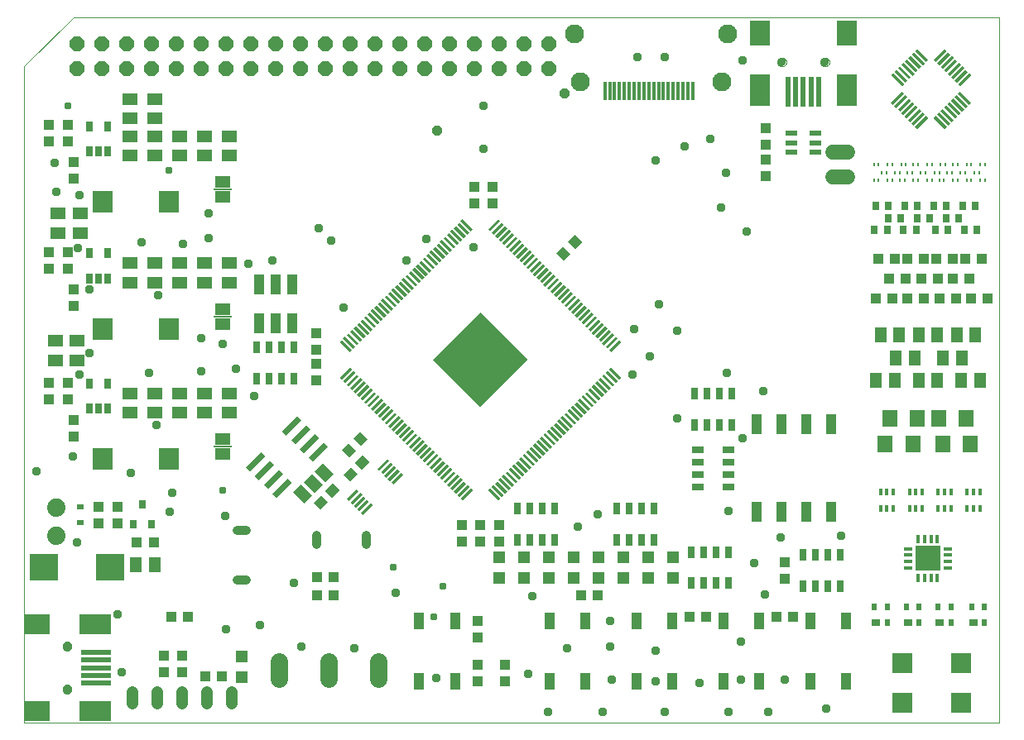
<source format=gts>
G75*
%MOIN*%
%OFA0B0*%
%FSLAX25Y25*%
%IPPOS*%
%LPD*%
%AMOC8*
5,1,8,0,0,1.08239X$1,22.5*
%
%ADD10C,0.00000*%
%ADD11R,0.03937X0.04331*%
%ADD12R,0.06299X0.05118*%
%ADD13R,0.04331X0.03937*%
%ADD14R,0.05118X0.06299*%
%ADD15R,0.11614X0.10630*%
%ADD16R,0.03150X0.02362*%
%ADD17R,0.04921X0.01969*%
%ADD18C,0.21000*%
%ADD19R,0.05807X0.01181*%
%ADD20R,0.26969X0.26969*%
%ADD21R,0.07874X0.08661*%
%ADD22R,0.04724X0.04724*%
%ADD23C,0.03778*%
%ADD24R,0.03150X0.03543*%
%ADD25R,0.03150X0.05118*%
%ADD26C,0.07050*%
%ADD27R,0.04331X0.07087*%
%ADD28R,0.04300X0.07900*%
%ADD29R,0.04600X0.06300*%
%ADD30R,0.06300X0.04600*%
%ADD31R,0.07200X0.00600*%
%ADD32R,0.02756X0.03937*%
%ADD33R,0.02362X0.08661*%
%ADD34R,0.05512X0.01181*%
%ADD35R,0.07874X0.09843*%
%ADD36R,0.07874X0.12992*%
%ADD37R,0.01969X0.12205*%
%ADD38C,0.03543*%
%ADD39OC8,0.06000*%
%ADD40R,0.01181X0.07480*%
%ADD41C,0.07677*%
%ADD42R,0.05118X0.03150*%
%ADD43R,0.04331X0.07874*%
%ADD44C,0.04800*%
%ADD45C,0.06000*%
%ADD46R,0.09843X0.07874*%
%ADD47R,0.12992X0.07874*%
%ADD48R,0.12205X0.01969*%
%ADD49C,0.07400*%
%ADD50R,0.01181X0.06299*%
%ADD51R,0.06299X0.01181*%
%ADD52R,0.00984X0.01378*%
%ADD53R,0.02756X0.03543*%
%ADD54R,0.05118X0.05906*%
%ADD55R,0.06299X0.07087*%
%ADD56R,0.01378X0.03150*%
%ADD57R,0.10236X0.10236*%
%ADD58R,0.03543X0.01772*%
%ADD59R,0.01772X0.03543*%
%ADD60R,0.03543X0.03150*%
%ADD61R,0.02362X0.03150*%
%ADD62R,0.07874X0.07874*%
%ADD63OC8,0.03543*%
%ADD64OC8,0.04134*%
%ADD65OC8,0.02953*%
D10*
X0007350Y0002825D02*
X0007350Y0267340D01*
X0027035Y0287025D01*
X0399962Y0287025D01*
X0399962Y0002825D01*
X0007350Y0002825D01*
X0022728Y0016214D02*
X0022730Y0016298D01*
X0022736Y0016381D01*
X0022746Y0016464D01*
X0022760Y0016547D01*
X0022777Y0016629D01*
X0022799Y0016710D01*
X0022824Y0016789D01*
X0022853Y0016868D01*
X0022886Y0016945D01*
X0022922Y0017020D01*
X0022962Y0017094D01*
X0023005Y0017166D01*
X0023052Y0017235D01*
X0023102Y0017302D01*
X0023155Y0017367D01*
X0023211Y0017429D01*
X0023269Y0017489D01*
X0023331Y0017546D01*
X0023395Y0017599D01*
X0023462Y0017650D01*
X0023531Y0017697D01*
X0023602Y0017742D01*
X0023675Y0017782D01*
X0023750Y0017819D01*
X0023827Y0017853D01*
X0023905Y0017883D01*
X0023984Y0017909D01*
X0024065Y0017932D01*
X0024147Y0017950D01*
X0024229Y0017965D01*
X0024312Y0017976D01*
X0024395Y0017983D01*
X0024479Y0017986D01*
X0024563Y0017985D01*
X0024646Y0017980D01*
X0024730Y0017971D01*
X0024812Y0017958D01*
X0024894Y0017942D01*
X0024975Y0017921D01*
X0025056Y0017897D01*
X0025134Y0017869D01*
X0025212Y0017837D01*
X0025288Y0017801D01*
X0025362Y0017762D01*
X0025434Y0017720D01*
X0025504Y0017674D01*
X0025572Y0017625D01*
X0025637Y0017573D01*
X0025700Y0017518D01*
X0025760Y0017460D01*
X0025818Y0017399D01*
X0025872Y0017335D01*
X0025924Y0017269D01*
X0025972Y0017201D01*
X0026017Y0017130D01*
X0026058Y0017057D01*
X0026097Y0016983D01*
X0026131Y0016907D01*
X0026162Y0016829D01*
X0026189Y0016750D01*
X0026213Y0016669D01*
X0026232Y0016588D01*
X0026248Y0016506D01*
X0026260Y0016423D01*
X0026268Y0016339D01*
X0026272Y0016256D01*
X0026272Y0016172D01*
X0026268Y0016089D01*
X0026260Y0016005D01*
X0026248Y0015922D01*
X0026232Y0015840D01*
X0026213Y0015759D01*
X0026189Y0015678D01*
X0026162Y0015599D01*
X0026131Y0015521D01*
X0026097Y0015445D01*
X0026058Y0015371D01*
X0026017Y0015298D01*
X0025972Y0015227D01*
X0025924Y0015159D01*
X0025872Y0015093D01*
X0025818Y0015029D01*
X0025760Y0014968D01*
X0025700Y0014910D01*
X0025637Y0014855D01*
X0025572Y0014803D01*
X0025504Y0014754D01*
X0025434Y0014708D01*
X0025362Y0014666D01*
X0025288Y0014627D01*
X0025212Y0014591D01*
X0025134Y0014559D01*
X0025056Y0014531D01*
X0024975Y0014507D01*
X0024894Y0014486D01*
X0024812Y0014470D01*
X0024730Y0014457D01*
X0024646Y0014448D01*
X0024563Y0014443D01*
X0024479Y0014442D01*
X0024395Y0014445D01*
X0024312Y0014452D01*
X0024229Y0014463D01*
X0024147Y0014478D01*
X0024065Y0014496D01*
X0023984Y0014519D01*
X0023905Y0014545D01*
X0023827Y0014575D01*
X0023750Y0014609D01*
X0023675Y0014646D01*
X0023602Y0014686D01*
X0023531Y0014731D01*
X0023462Y0014778D01*
X0023395Y0014829D01*
X0023331Y0014882D01*
X0023269Y0014939D01*
X0023211Y0014999D01*
X0023155Y0015061D01*
X0023102Y0015126D01*
X0023052Y0015193D01*
X0023005Y0015262D01*
X0022962Y0015334D01*
X0022922Y0015408D01*
X0022886Y0015483D01*
X0022853Y0015560D01*
X0022824Y0015639D01*
X0022799Y0015718D01*
X0022777Y0015799D01*
X0022760Y0015881D01*
X0022746Y0015964D01*
X0022736Y0016047D01*
X0022730Y0016130D01*
X0022728Y0016214D01*
X0022728Y0033536D02*
X0022730Y0033620D01*
X0022736Y0033703D01*
X0022746Y0033786D01*
X0022760Y0033869D01*
X0022777Y0033951D01*
X0022799Y0034032D01*
X0022824Y0034111D01*
X0022853Y0034190D01*
X0022886Y0034267D01*
X0022922Y0034342D01*
X0022962Y0034416D01*
X0023005Y0034488D01*
X0023052Y0034557D01*
X0023102Y0034624D01*
X0023155Y0034689D01*
X0023211Y0034751D01*
X0023269Y0034811D01*
X0023331Y0034868D01*
X0023395Y0034921D01*
X0023462Y0034972D01*
X0023531Y0035019D01*
X0023602Y0035064D01*
X0023675Y0035104D01*
X0023750Y0035141D01*
X0023827Y0035175D01*
X0023905Y0035205D01*
X0023984Y0035231D01*
X0024065Y0035254D01*
X0024147Y0035272D01*
X0024229Y0035287D01*
X0024312Y0035298D01*
X0024395Y0035305D01*
X0024479Y0035308D01*
X0024563Y0035307D01*
X0024646Y0035302D01*
X0024730Y0035293D01*
X0024812Y0035280D01*
X0024894Y0035264D01*
X0024975Y0035243D01*
X0025056Y0035219D01*
X0025134Y0035191D01*
X0025212Y0035159D01*
X0025288Y0035123D01*
X0025362Y0035084D01*
X0025434Y0035042D01*
X0025504Y0034996D01*
X0025572Y0034947D01*
X0025637Y0034895D01*
X0025700Y0034840D01*
X0025760Y0034782D01*
X0025818Y0034721D01*
X0025872Y0034657D01*
X0025924Y0034591D01*
X0025972Y0034523D01*
X0026017Y0034452D01*
X0026058Y0034379D01*
X0026097Y0034305D01*
X0026131Y0034229D01*
X0026162Y0034151D01*
X0026189Y0034072D01*
X0026213Y0033991D01*
X0026232Y0033910D01*
X0026248Y0033828D01*
X0026260Y0033745D01*
X0026268Y0033661D01*
X0026272Y0033578D01*
X0026272Y0033494D01*
X0026268Y0033411D01*
X0026260Y0033327D01*
X0026248Y0033244D01*
X0026232Y0033162D01*
X0026213Y0033081D01*
X0026189Y0033000D01*
X0026162Y0032921D01*
X0026131Y0032843D01*
X0026097Y0032767D01*
X0026058Y0032693D01*
X0026017Y0032620D01*
X0025972Y0032549D01*
X0025924Y0032481D01*
X0025872Y0032415D01*
X0025818Y0032351D01*
X0025760Y0032290D01*
X0025700Y0032232D01*
X0025637Y0032177D01*
X0025572Y0032125D01*
X0025504Y0032076D01*
X0025434Y0032030D01*
X0025362Y0031988D01*
X0025288Y0031949D01*
X0025212Y0031913D01*
X0025134Y0031881D01*
X0025056Y0031853D01*
X0024975Y0031829D01*
X0024894Y0031808D01*
X0024812Y0031792D01*
X0024730Y0031779D01*
X0024646Y0031770D01*
X0024563Y0031765D01*
X0024479Y0031764D01*
X0024395Y0031767D01*
X0024312Y0031774D01*
X0024229Y0031785D01*
X0024147Y0031800D01*
X0024065Y0031818D01*
X0023984Y0031841D01*
X0023905Y0031867D01*
X0023827Y0031897D01*
X0023750Y0031931D01*
X0023675Y0031968D01*
X0023602Y0032008D01*
X0023531Y0032053D01*
X0023462Y0032100D01*
X0023395Y0032151D01*
X0023331Y0032204D01*
X0023269Y0032261D01*
X0023211Y0032321D01*
X0023155Y0032383D01*
X0023102Y0032448D01*
X0023052Y0032515D01*
X0023005Y0032584D01*
X0022962Y0032656D01*
X0022922Y0032730D01*
X0022886Y0032805D01*
X0022853Y0032882D01*
X0022824Y0032961D01*
X0022799Y0033040D01*
X0022777Y0033121D01*
X0022760Y0033203D01*
X0022746Y0033286D01*
X0022736Y0033369D01*
X0022730Y0033452D01*
X0022728Y0033536D01*
X0310592Y0269025D02*
X0310594Y0269109D01*
X0310600Y0269192D01*
X0310610Y0269275D01*
X0310624Y0269358D01*
X0310641Y0269440D01*
X0310663Y0269521D01*
X0310688Y0269600D01*
X0310717Y0269679D01*
X0310750Y0269756D01*
X0310786Y0269831D01*
X0310826Y0269905D01*
X0310869Y0269977D01*
X0310916Y0270046D01*
X0310966Y0270113D01*
X0311019Y0270178D01*
X0311075Y0270240D01*
X0311133Y0270300D01*
X0311195Y0270357D01*
X0311259Y0270410D01*
X0311326Y0270461D01*
X0311395Y0270508D01*
X0311466Y0270553D01*
X0311539Y0270593D01*
X0311614Y0270630D01*
X0311691Y0270664D01*
X0311769Y0270694D01*
X0311848Y0270720D01*
X0311929Y0270743D01*
X0312011Y0270761D01*
X0312093Y0270776D01*
X0312176Y0270787D01*
X0312259Y0270794D01*
X0312343Y0270797D01*
X0312427Y0270796D01*
X0312510Y0270791D01*
X0312594Y0270782D01*
X0312676Y0270769D01*
X0312758Y0270753D01*
X0312839Y0270732D01*
X0312920Y0270708D01*
X0312998Y0270680D01*
X0313076Y0270648D01*
X0313152Y0270612D01*
X0313226Y0270573D01*
X0313298Y0270531D01*
X0313368Y0270485D01*
X0313436Y0270436D01*
X0313501Y0270384D01*
X0313564Y0270329D01*
X0313624Y0270271D01*
X0313682Y0270210D01*
X0313736Y0270146D01*
X0313788Y0270080D01*
X0313836Y0270012D01*
X0313881Y0269941D01*
X0313922Y0269868D01*
X0313961Y0269794D01*
X0313995Y0269718D01*
X0314026Y0269640D01*
X0314053Y0269561D01*
X0314077Y0269480D01*
X0314096Y0269399D01*
X0314112Y0269317D01*
X0314124Y0269234D01*
X0314132Y0269150D01*
X0314136Y0269067D01*
X0314136Y0268983D01*
X0314132Y0268900D01*
X0314124Y0268816D01*
X0314112Y0268733D01*
X0314096Y0268651D01*
X0314077Y0268570D01*
X0314053Y0268489D01*
X0314026Y0268410D01*
X0313995Y0268332D01*
X0313961Y0268256D01*
X0313922Y0268182D01*
X0313881Y0268109D01*
X0313836Y0268038D01*
X0313788Y0267970D01*
X0313736Y0267904D01*
X0313682Y0267840D01*
X0313624Y0267779D01*
X0313564Y0267721D01*
X0313501Y0267666D01*
X0313436Y0267614D01*
X0313368Y0267565D01*
X0313298Y0267519D01*
X0313226Y0267477D01*
X0313152Y0267438D01*
X0313076Y0267402D01*
X0312998Y0267370D01*
X0312920Y0267342D01*
X0312839Y0267318D01*
X0312758Y0267297D01*
X0312676Y0267281D01*
X0312594Y0267268D01*
X0312510Y0267259D01*
X0312427Y0267254D01*
X0312343Y0267253D01*
X0312259Y0267256D01*
X0312176Y0267263D01*
X0312093Y0267274D01*
X0312011Y0267289D01*
X0311929Y0267307D01*
X0311848Y0267330D01*
X0311769Y0267356D01*
X0311691Y0267386D01*
X0311614Y0267420D01*
X0311539Y0267457D01*
X0311466Y0267497D01*
X0311395Y0267542D01*
X0311326Y0267589D01*
X0311259Y0267640D01*
X0311195Y0267693D01*
X0311133Y0267750D01*
X0311075Y0267810D01*
X0311019Y0267872D01*
X0310966Y0267937D01*
X0310916Y0268004D01*
X0310869Y0268073D01*
X0310826Y0268145D01*
X0310786Y0268219D01*
X0310750Y0268294D01*
X0310717Y0268371D01*
X0310688Y0268450D01*
X0310663Y0268529D01*
X0310641Y0268610D01*
X0310624Y0268692D01*
X0310610Y0268775D01*
X0310600Y0268858D01*
X0310594Y0268941D01*
X0310592Y0269025D01*
X0327914Y0269025D02*
X0327916Y0269109D01*
X0327922Y0269192D01*
X0327932Y0269275D01*
X0327946Y0269358D01*
X0327963Y0269440D01*
X0327985Y0269521D01*
X0328010Y0269600D01*
X0328039Y0269679D01*
X0328072Y0269756D01*
X0328108Y0269831D01*
X0328148Y0269905D01*
X0328191Y0269977D01*
X0328238Y0270046D01*
X0328288Y0270113D01*
X0328341Y0270178D01*
X0328397Y0270240D01*
X0328455Y0270300D01*
X0328517Y0270357D01*
X0328581Y0270410D01*
X0328648Y0270461D01*
X0328717Y0270508D01*
X0328788Y0270553D01*
X0328861Y0270593D01*
X0328936Y0270630D01*
X0329013Y0270664D01*
X0329091Y0270694D01*
X0329170Y0270720D01*
X0329251Y0270743D01*
X0329333Y0270761D01*
X0329415Y0270776D01*
X0329498Y0270787D01*
X0329581Y0270794D01*
X0329665Y0270797D01*
X0329749Y0270796D01*
X0329832Y0270791D01*
X0329916Y0270782D01*
X0329998Y0270769D01*
X0330080Y0270753D01*
X0330161Y0270732D01*
X0330242Y0270708D01*
X0330320Y0270680D01*
X0330398Y0270648D01*
X0330474Y0270612D01*
X0330548Y0270573D01*
X0330620Y0270531D01*
X0330690Y0270485D01*
X0330758Y0270436D01*
X0330823Y0270384D01*
X0330886Y0270329D01*
X0330946Y0270271D01*
X0331004Y0270210D01*
X0331058Y0270146D01*
X0331110Y0270080D01*
X0331158Y0270012D01*
X0331203Y0269941D01*
X0331244Y0269868D01*
X0331283Y0269794D01*
X0331317Y0269718D01*
X0331348Y0269640D01*
X0331375Y0269561D01*
X0331399Y0269480D01*
X0331418Y0269399D01*
X0331434Y0269317D01*
X0331446Y0269234D01*
X0331454Y0269150D01*
X0331458Y0269067D01*
X0331458Y0268983D01*
X0331454Y0268900D01*
X0331446Y0268816D01*
X0331434Y0268733D01*
X0331418Y0268651D01*
X0331399Y0268570D01*
X0331375Y0268489D01*
X0331348Y0268410D01*
X0331317Y0268332D01*
X0331283Y0268256D01*
X0331244Y0268182D01*
X0331203Y0268109D01*
X0331158Y0268038D01*
X0331110Y0267970D01*
X0331058Y0267904D01*
X0331004Y0267840D01*
X0330946Y0267779D01*
X0330886Y0267721D01*
X0330823Y0267666D01*
X0330758Y0267614D01*
X0330690Y0267565D01*
X0330620Y0267519D01*
X0330548Y0267477D01*
X0330474Y0267438D01*
X0330398Y0267402D01*
X0330320Y0267370D01*
X0330242Y0267342D01*
X0330161Y0267318D01*
X0330080Y0267297D01*
X0329998Y0267281D01*
X0329916Y0267268D01*
X0329832Y0267259D01*
X0329749Y0267254D01*
X0329665Y0267253D01*
X0329581Y0267256D01*
X0329498Y0267263D01*
X0329415Y0267274D01*
X0329333Y0267289D01*
X0329251Y0267307D01*
X0329170Y0267330D01*
X0329091Y0267356D01*
X0329013Y0267386D01*
X0328936Y0267420D01*
X0328861Y0267457D01*
X0328788Y0267497D01*
X0328717Y0267542D01*
X0328648Y0267589D01*
X0328581Y0267640D01*
X0328517Y0267693D01*
X0328455Y0267750D01*
X0328397Y0267810D01*
X0328341Y0267872D01*
X0328288Y0267937D01*
X0328238Y0268004D01*
X0328191Y0268073D01*
X0328148Y0268145D01*
X0328108Y0268219D01*
X0328072Y0268294D01*
X0328039Y0268371D01*
X0328010Y0268450D01*
X0327985Y0268529D01*
X0327963Y0268610D01*
X0327946Y0268692D01*
X0327932Y0268775D01*
X0327922Y0268858D01*
X0327916Y0268941D01*
X0327914Y0269025D01*
D11*
G36*
X0232072Y0196404D02*
X0229289Y0193621D01*
X0226228Y0196682D01*
X0229011Y0199465D01*
X0232072Y0196404D01*
G37*
G36*
X0227339Y0191671D02*
X0224556Y0188888D01*
X0221495Y0191949D01*
X0224278Y0194732D01*
X0227339Y0191671D01*
G37*
X0196025Y0211929D03*
X0188525Y0211929D03*
X0188525Y0218621D03*
X0196025Y0218621D03*
X0124775Y0159871D03*
X0124775Y0153179D03*
X0124775Y0147371D03*
X0124775Y0140679D03*
G36*
X0145633Y0117073D02*
X0142850Y0114290D01*
X0139789Y0117351D01*
X0142572Y0120134D01*
X0145633Y0117073D01*
G37*
G36*
X0140900Y0112341D02*
X0138117Y0109558D01*
X0135056Y0112619D01*
X0137839Y0115402D01*
X0140900Y0112341D01*
G37*
X0183525Y0082371D03*
X0191025Y0082371D03*
X0198525Y0082371D03*
X0198525Y0075679D03*
X0191025Y0075679D03*
X0183525Y0075679D03*
X0131871Y0061525D03*
X0125179Y0061525D03*
X0125179Y0054025D03*
X0131871Y0054025D03*
X0086871Y0021525D03*
X0080179Y0021525D03*
X0071025Y0023179D03*
X0063525Y0023179D03*
X0063525Y0029871D03*
X0071025Y0029871D03*
X0073121Y0045275D03*
X0066429Y0045275D03*
X0044775Y0083179D03*
X0044775Y0089871D03*
X0037275Y0089871D03*
X0037275Y0083179D03*
X0024775Y0133179D03*
X0024775Y0139871D03*
X0024775Y0185679D03*
X0024775Y0192371D03*
X0024775Y0236929D03*
X0024775Y0243621D03*
X0313525Y0067371D03*
X0313525Y0060679D03*
X0189775Y0026121D03*
X0189775Y0019429D03*
D12*
X0089775Y0127588D03*
X0089775Y0135462D03*
X0079775Y0135462D03*
X0069775Y0135462D03*
X0069775Y0127588D03*
X0079775Y0127588D03*
X0059775Y0127588D03*
X0049775Y0127588D03*
X0049775Y0135462D03*
X0059775Y0135462D03*
X0028525Y0148838D03*
X0028525Y0156712D03*
X0019775Y0156712D03*
X0019775Y0148838D03*
X0049775Y0180088D03*
X0049775Y0187962D03*
X0059775Y0187962D03*
X0059775Y0180088D03*
X0069775Y0180088D03*
X0069775Y0187962D03*
X0079775Y0187962D03*
X0079775Y0180088D03*
X0089775Y0180088D03*
X0089775Y0187962D03*
X0089775Y0231338D03*
X0089775Y0239212D03*
X0079775Y0239212D03*
X0069775Y0239212D03*
X0069775Y0231338D03*
X0079775Y0231338D03*
X0059775Y0231338D03*
X0049775Y0231338D03*
X0049775Y0239212D03*
X0049775Y0246338D03*
X0059775Y0246338D03*
X0059775Y0239212D03*
X0059775Y0254212D03*
X0049775Y0254212D03*
X0029775Y0207962D03*
X0029775Y0200088D03*
X0021025Y0200088D03*
X0021025Y0207962D03*
D13*
X0027275Y0221929D03*
X0027275Y0228621D03*
X0017275Y0236929D03*
X0017275Y0243621D03*
X0017275Y0192371D03*
X0017275Y0185679D03*
X0027275Y0177371D03*
X0027275Y0170679D03*
X0017275Y0139871D03*
X0017275Y0133179D03*
X0027275Y0124871D03*
X0027275Y0118179D03*
X0052679Y0075275D03*
X0059371Y0075275D03*
G36*
X0129598Y0091709D02*
X0126537Y0088648D01*
X0123754Y0091431D01*
X0126815Y0094492D01*
X0129598Y0091709D01*
G37*
G36*
X0134331Y0096441D02*
X0131270Y0093380D01*
X0128487Y0096163D01*
X0131548Y0099224D01*
X0134331Y0096441D01*
G37*
G36*
X0135737Y0102770D02*
X0138798Y0105831D01*
X0141581Y0103048D01*
X0138520Y0099987D01*
X0135737Y0102770D01*
G37*
G36*
X0140469Y0107502D02*
X0143530Y0110563D01*
X0146313Y0107780D01*
X0143252Y0104719D01*
X0140469Y0107502D01*
G37*
X0189775Y0043621D03*
X0189775Y0036929D03*
X0201025Y0026121D03*
X0201025Y0019429D03*
X0231429Y0054025D03*
X0238121Y0054025D03*
X0275179Y0045275D03*
X0281871Y0045275D03*
X0310179Y0045275D03*
X0316871Y0045275D03*
X0350066Y0173712D03*
X0356759Y0173712D03*
X0362929Y0173712D03*
X0369621Y0173712D03*
X0375791Y0173712D03*
X0382484Y0173712D03*
X0388654Y0173712D03*
X0395346Y0173712D03*
X0387996Y0181675D03*
X0381304Y0181675D03*
X0375134Y0181675D03*
X0368441Y0181675D03*
X0362271Y0181675D03*
X0355579Y0181675D03*
X0357984Y0189637D03*
X0362929Y0189637D03*
X0369621Y0189637D03*
X0374566Y0189637D03*
X0381259Y0189637D03*
X0386204Y0189637D03*
X0392896Y0189637D03*
X0351291Y0189637D03*
X0306025Y0223179D03*
X0306025Y0229871D03*
X0306025Y0235679D03*
X0306025Y0242371D03*
D14*
X0059962Y0066525D03*
X0052088Y0066525D03*
D15*
X0041812Y0065275D03*
X0015238Y0065275D03*
D16*
X0029775Y0083375D03*
X0029775Y0089675D03*
D17*
X0316104Y0232785D03*
X0316104Y0236525D03*
X0316104Y0240265D03*
X0325946Y0240265D03*
X0325946Y0236525D03*
X0325946Y0232785D03*
D18*
X0191025Y0149025D03*
D19*
G36*
X0161513Y0122855D02*
X0157409Y0118751D01*
X0156575Y0119585D01*
X0160679Y0123689D01*
X0161513Y0122855D01*
G37*
G36*
X0162905Y0121463D02*
X0158801Y0117359D01*
X0157967Y0118193D01*
X0162071Y0122297D01*
X0162905Y0121463D01*
G37*
G36*
X0164297Y0120071D02*
X0160193Y0115967D01*
X0159359Y0116801D01*
X0163463Y0120905D01*
X0164297Y0120071D01*
G37*
G36*
X0165689Y0118679D02*
X0161585Y0114575D01*
X0160751Y0115409D01*
X0164855Y0119513D01*
X0165689Y0118679D01*
G37*
G36*
X0167080Y0117287D02*
X0162976Y0113183D01*
X0162142Y0114017D01*
X0166246Y0118121D01*
X0167080Y0117287D01*
G37*
G36*
X0168472Y0115895D02*
X0164368Y0111791D01*
X0163534Y0112625D01*
X0167638Y0116729D01*
X0168472Y0115895D01*
G37*
G36*
X0169864Y0114503D02*
X0165760Y0110399D01*
X0164926Y0111233D01*
X0169030Y0115337D01*
X0169864Y0114503D01*
G37*
G36*
X0171256Y0113111D02*
X0167152Y0109007D01*
X0166318Y0109841D01*
X0170422Y0113945D01*
X0171256Y0113111D01*
G37*
G36*
X0172648Y0111719D02*
X0168544Y0107615D01*
X0167710Y0108449D01*
X0171814Y0112553D01*
X0172648Y0111719D01*
G37*
G36*
X0174040Y0110327D02*
X0169936Y0106223D01*
X0169102Y0107057D01*
X0173206Y0111161D01*
X0174040Y0110327D01*
G37*
G36*
X0175432Y0108935D02*
X0171328Y0104831D01*
X0170494Y0105665D01*
X0174598Y0109769D01*
X0175432Y0108935D01*
G37*
G36*
X0176824Y0107543D02*
X0172720Y0103439D01*
X0171886Y0104273D01*
X0175990Y0108377D01*
X0176824Y0107543D01*
G37*
G36*
X0178216Y0106151D02*
X0174112Y0102047D01*
X0173278Y0102881D01*
X0177382Y0106985D01*
X0178216Y0106151D01*
G37*
G36*
X0179608Y0104759D02*
X0175504Y0100655D01*
X0174670Y0101489D01*
X0178774Y0105593D01*
X0179608Y0104759D01*
G37*
G36*
X0181000Y0103367D02*
X0176896Y0099263D01*
X0176062Y0100097D01*
X0180166Y0104201D01*
X0181000Y0103367D01*
G37*
G36*
X0182392Y0101975D02*
X0178288Y0097871D01*
X0177454Y0098705D01*
X0181558Y0102809D01*
X0182392Y0101975D01*
G37*
G36*
X0183784Y0100583D02*
X0179680Y0096479D01*
X0178846Y0097313D01*
X0182950Y0101417D01*
X0183784Y0100583D01*
G37*
G36*
X0185176Y0099192D02*
X0181072Y0095088D01*
X0180238Y0095922D01*
X0184342Y0100026D01*
X0185176Y0099192D01*
G37*
G36*
X0186568Y0097800D02*
X0182464Y0093696D01*
X0181630Y0094530D01*
X0185734Y0098634D01*
X0186568Y0097800D01*
G37*
G36*
X0187960Y0096408D02*
X0183856Y0092304D01*
X0183022Y0093138D01*
X0187126Y0097242D01*
X0187960Y0096408D01*
G37*
G36*
X0194924Y0097242D02*
X0199028Y0093138D01*
X0198194Y0092304D01*
X0194090Y0096408D01*
X0194924Y0097242D01*
G37*
G36*
X0196316Y0098634D02*
X0200420Y0094530D01*
X0199586Y0093696D01*
X0195482Y0097800D01*
X0196316Y0098634D01*
G37*
G36*
X0197708Y0100026D02*
X0201812Y0095922D01*
X0200978Y0095088D01*
X0196874Y0099192D01*
X0197708Y0100026D01*
G37*
G36*
X0199100Y0101417D02*
X0203204Y0097313D01*
X0202370Y0096479D01*
X0198266Y0100583D01*
X0199100Y0101417D01*
G37*
G36*
X0200492Y0102809D02*
X0204596Y0098705D01*
X0203762Y0097871D01*
X0199658Y0101975D01*
X0200492Y0102809D01*
G37*
G36*
X0201884Y0104201D02*
X0205988Y0100097D01*
X0205154Y0099263D01*
X0201050Y0103367D01*
X0201884Y0104201D01*
G37*
G36*
X0203276Y0105593D02*
X0207380Y0101489D01*
X0206546Y0100655D01*
X0202442Y0104759D01*
X0203276Y0105593D01*
G37*
G36*
X0204668Y0106985D02*
X0208772Y0102881D01*
X0207938Y0102047D01*
X0203834Y0106151D01*
X0204668Y0106985D01*
G37*
G36*
X0206060Y0108377D02*
X0210164Y0104273D01*
X0209330Y0103439D01*
X0205226Y0107543D01*
X0206060Y0108377D01*
G37*
G36*
X0207452Y0109769D02*
X0211556Y0105665D01*
X0210722Y0104831D01*
X0206618Y0108935D01*
X0207452Y0109769D01*
G37*
G36*
X0208844Y0111161D02*
X0212948Y0107057D01*
X0212114Y0106223D01*
X0208010Y0110327D01*
X0208844Y0111161D01*
G37*
G36*
X0210236Y0112553D02*
X0214340Y0108449D01*
X0213506Y0107615D01*
X0209402Y0111719D01*
X0210236Y0112553D01*
G37*
G36*
X0211628Y0113945D02*
X0215732Y0109841D01*
X0214898Y0109007D01*
X0210794Y0113111D01*
X0211628Y0113945D01*
G37*
G36*
X0213020Y0115337D02*
X0217124Y0111233D01*
X0216290Y0110399D01*
X0212186Y0114503D01*
X0213020Y0115337D01*
G37*
G36*
X0214412Y0116729D02*
X0218516Y0112625D01*
X0217682Y0111791D01*
X0213578Y0115895D01*
X0214412Y0116729D01*
G37*
G36*
X0215803Y0118121D02*
X0219907Y0114017D01*
X0219073Y0113183D01*
X0214969Y0117287D01*
X0215803Y0118121D01*
G37*
G36*
X0217195Y0119513D02*
X0221299Y0115409D01*
X0220465Y0114575D01*
X0216361Y0118679D01*
X0217195Y0119513D01*
G37*
G36*
X0218587Y0120905D02*
X0222691Y0116801D01*
X0221857Y0115967D01*
X0217753Y0120071D01*
X0218587Y0120905D01*
G37*
G36*
X0219979Y0122297D02*
X0224083Y0118193D01*
X0223249Y0117359D01*
X0219145Y0121463D01*
X0219979Y0122297D01*
G37*
G36*
X0221371Y0123689D02*
X0225475Y0119585D01*
X0224641Y0118751D01*
X0220537Y0122855D01*
X0221371Y0123689D01*
G37*
G36*
X0222763Y0125080D02*
X0226867Y0120976D01*
X0226033Y0120142D01*
X0221929Y0124246D01*
X0222763Y0125080D01*
G37*
G36*
X0224155Y0126472D02*
X0228259Y0122368D01*
X0227425Y0121534D01*
X0223321Y0125638D01*
X0224155Y0126472D01*
G37*
G36*
X0225547Y0127864D02*
X0229651Y0123760D01*
X0228817Y0122926D01*
X0224713Y0127030D01*
X0225547Y0127864D01*
G37*
G36*
X0226939Y0129256D02*
X0231043Y0125152D01*
X0230209Y0124318D01*
X0226105Y0128422D01*
X0226939Y0129256D01*
G37*
G36*
X0228331Y0130648D02*
X0232435Y0126544D01*
X0231601Y0125710D01*
X0227497Y0129814D01*
X0228331Y0130648D01*
G37*
G36*
X0229723Y0132040D02*
X0233827Y0127936D01*
X0232993Y0127102D01*
X0228889Y0131206D01*
X0229723Y0132040D01*
G37*
G36*
X0231115Y0133432D02*
X0235219Y0129328D01*
X0234385Y0128494D01*
X0230281Y0132598D01*
X0231115Y0133432D01*
G37*
G36*
X0232507Y0134824D02*
X0236611Y0130720D01*
X0235777Y0129886D01*
X0231673Y0133990D01*
X0232507Y0134824D01*
G37*
G36*
X0233899Y0136216D02*
X0238003Y0132112D01*
X0237169Y0131278D01*
X0233065Y0135382D01*
X0233899Y0136216D01*
G37*
G36*
X0235291Y0137608D02*
X0239395Y0133504D01*
X0238561Y0132670D01*
X0234457Y0136774D01*
X0235291Y0137608D01*
G37*
G36*
X0236683Y0139000D02*
X0240787Y0134896D01*
X0239953Y0134062D01*
X0235849Y0138166D01*
X0236683Y0139000D01*
G37*
G36*
X0238075Y0140392D02*
X0242179Y0136288D01*
X0241345Y0135454D01*
X0237241Y0139558D01*
X0238075Y0140392D01*
G37*
G36*
X0239467Y0141784D02*
X0243571Y0137680D01*
X0242737Y0136846D01*
X0238633Y0140950D01*
X0239467Y0141784D01*
G37*
G36*
X0240858Y0143176D02*
X0244962Y0139072D01*
X0244128Y0138238D01*
X0240024Y0142342D01*
X0240858Y0143176D01*
G37*
G36*
X0242250Y0144568D02*
X0246354Y0140464D01*
X0245520Y0139630D01*
X0241416Y0143734D01*
X0242250Y0144568D01*
G37*
G36*
X0243642Y0145960D02*
X0247746Y0141856D01*
X0246912Y0141022D01*
X0242808Y0145126D01*
X0243642Y0145960D01*
G37*
G36*
X0247746Y0156194D02*
X0243642Y0152090D01*
X0242808Y0152924D01*
X0246912Y0157028D01*
X0247746Y0156194D01*
G37*
G36*
X0246354Y0157586D02*
X0242250Y0153482D01*
X0241416Y0154316D01*
X0245520Y0158420D01*
X0246354Y0157586D01*
G37*
G36*
X0244962Y0158978D02*
X0240858Y0154874D01*
X0240024Y0155708D01*
X0244128Y0159812D01*
X0244962Y0158978D01*
G37*
G36*
X0243571Y0160370D02*
X0239467Y0156266D01*
X0238633Y0157100D01*
X0242737Y0161204D01*
X0243571Y0160370D01*
G37*
G36*
X0242179Y0161762D02*
X0238075Y0157658D01*
X0237241Y0158492D01*
X0241345Y0162596D01*
X0242179Y0161762D01*
G37*
G36*
X0240787Y0163154D02*
X0236683Y0159050D01*
X0235849Y0159884D01*
X0239953Y0163988D01*
X0240787Y0163154D01*
G37*
G36*
X0239395Y0164546D02*
X0235291Y0160442D01*
X0234457Y0161276D01*
X0238561Y0165380D01*
X0239395Y0164546D01*
G37*
G36*
X0238003Y0165938D02*
X0233899Y0161834D01*
X0233065Y0162668D01*
X0237169Y0166772D01*
X0238003Y0165938D01*
G37*
G36*
X0236611Y0167330D02*
X0232507Y0163226D01*
X0231673Y0164060D01*
X0235777Y0168164D01*
X0236611Y0167330D01*
G37*
G36*
X0235219Y0168722D02*
X0231115Y0164618D01*
X0230281Y0165452D01*
X0234385Y0169556D01*
X0235219Y0168722D01*
G37*
G36*
X0233827Y0170114D02*
X0229723Y0166010D01*
X0228889Y0166844D01*
X0232993Y0170948D01*
X0233827Y0170114D01*
G37*
G36*
X0232435Y0171506D02*
X0228331Y0167402D01*
X0227497Y0168236D01*
X0231601Y0172340D01*
X0232435Y0171506D01*
G37*
G36*
X0231043Y0172898D02*
X0226939Y0168794D01*
X0226105Y0169628D01*
X0230209Y0173732D01*
X0231043Y0172898D01*
G37*
G36*
X0229651Y0174290D02*
X0225547Y0170186D01*
X0224713Y0171020D01*
X0228817Y0175124D01*
X0229651Y0174290D01*
G37*
G36*
X0228259Y0175682D02*
X0224155Y0171578D01*
X0223321Y0172412D01*
X0227425Y0176516D01*
X0228259Y0175682D01*
G37*
G36*
X0226867Y0177073D02*
X0222763Y0172969D01*
X0221929Y0173803D01*
X0226033Y0177907D01*
X0226867Y0177073D01*
G37*
G36*
X0225475Y0178465D02*
X0221371Y0174361D01*
X0220537Y0175195D01*
X0224641Y0179299D01*
X0225475Y0178465D01*
G37*
G36*
X0224083Y0179857D02*
X0219979Y0175753D01*
X0219145Y0176587D01*
X0223249Y0180691D01*
X0224083Y0179857D01*
G37*
G36*
X0222691Y0181249D02*
X0218587Y0177145D01*
X0217753Y0177979D01*
X0221857Y0182083D01*
X0222691Y0181249D01*
G37*
G36*
X0221299Y0182641D02*
X0217195Y0178537D01*
X0216361Y0179371D01*
X0220465Y0183475D01*
X0221299Y0182641D01*
G37*
G36*
X0219907Y0184033D02*
X0215803Y0179929D01*
X0214969Y0180763D01*
X0219073Y0184867D01*
X0219907Y0184033D01*
G37*
G36*
X0218516Y0185425D02*
X0214412Y0181321D01*
X0213578Y0182155D01*
X0217682Y0186259D01*
X0218516Y0185425D01*
G37*
G36*
X0217124Y0186817D02*
X0213020Y0182713D01*
X0212186Y0183547D01*
X0216290Y0187651D01*
X0217124Y0186817D01*
G37*
G36*
X0215732Y0188209D02*
X0211628Y0184105D01*
X0210794Y0184939D01*
X0214898Y0189043D01*
X0215732Y0188209D01*
G37*
G36*
X0214340Y0189601D02*
X0210236Y0185497D01*
X0209402Y0186331D01*
X0213506Y0190435D01*
X0214340Y0189601D01*
G37*
G36*
X0212948Y0190993D02*
X0208844Y0186889D01*
X0208010Y0187723D01*
X0212114Y0191827D01*
X0212948Y0190993D01*
G37*
G36*
X0211556Y0192385D02*
X0207452Y0188281D01*
X0206618Y0189115D01*
X0210722Y0193219D01*
X0211556Y0192385D01*
G37*
G36*
X0210164Y0193777D02*
X0206060Y0189673D01*
X0205226Y0190507D01*
X0209330Y0194611D01*
X0210164Y0193777D01*
G37*
G36*
X0208772Y0195169D02*
X0204668Y0191065D01*
X0203834Y0191899D01*
X0207938Y0196003D01*
X0208772Y0195169D01*
G37*
G36*
X0207380Y0196561D02*
X0203276Y0192457D01*
X0202442Y0193291D01*
X0206546Y0197395D01*
X0207380Y0196561D01*
G37*
G36*
X0205988Y0197953D02*
X0201884Y0193849D01*
X0201050Y0194683D01*
X0205154Y0198787D01*
X0205988Y0197953D01*
G37*
G36*
X0204596Y0199345D02*
X0200492Y0195241D01*
X0199658Y0196075D01*
X0203762Y0200179D01*
X0204596Y0199345D01*
G37*
G36*
X0203204Y0200737D02*
X0199100Y0196633D01*
X0198266Y0197467D01*
X0202370Y0201571D01*
X0203204Y0200737D01*
G37*
G36*
X0201812Y0202128D02*
X0197708Y0198024D01*
X0196874Y0198858D01*
X0200978Y0202962D01*
X0201812Y0202128D01*
G37*
G36*
X0200420Y0203520D02*
X0196316Y0199416D01*
X0195482Y0200250D01*
X0199586Y0204354D01*
X0200420Y0203520D01*
G37*
G36*
X0199028Y0204912D02*
X0194924Y0200808D01*
X0194090Y0201642D01*
X0198194Y0205746D01*
X0199028Y0204912D01*
G37*
G36*
X0183856Y0205746D02*
X0187960Y0201642D01*
X0187126Y0200808D01*
X0183022Y0204912D01*
X0183856Y0205746D01*
G37*
G36*
X0182464Y0204354D02*
X0186568Y0200250D01*
X0185734Y0199416D01*
X0181630Y0203520D01*
X0182464Y0204354D01*
G37*
G36*
X0181072Y0202962D02*
X0185176Y0198858D01*
X0184342Y0198024D01*
X0180238Y0202128D01*
X0181072Y0202962D01*
G37*
G36*
X0179680Y0201571D02*
X0183784Y0197467D01*
X0182950Y0196633D01*
X0178846Y0200737D01*
X0179680Y0201571D01*
G37*
G36*
X0178288Y0200179D02*
X0182392Y0196075D01*
X0181558Y0195241D01*
X0177454Y0199345D01*
X0178288Y0200179D01*
G37*
G36*
X0176896Y0198787D02*
X0181000Y0194683D01*
X0180166Y0193849D01*
X0176062Y0197953D01*
X0176896Y0198787D01*
G37*
G36*
X0175504Y0197395D02*
X0179608Y0193291D01*
X0178774Y0192457D01*
X0174670Y0196561D01*
X0175504Y0197395D01*
G37*
G36*
X0174112Y0196003D02*
X0178216Y0191899D01*
X0177382Y0191065D01*
X0173278Y0195169D01*
X0174112Y0196003D01*
G37*
G36*
X0172720Y0194611D02*
X0176824Y0190507D01*
X0175990Y0189673D01*
X0171886Y0193777D01*
X0172720Y0194611D01*
G37*
G36*
X0171328Y0193219D02*
X0175432Y0189115D01*
X0174598Y0188281D01*
X0170494Y0192385D01*
X0171328Y0193219D01*
G37*
G36*
X0169936Y0191827D02*
X0174040Y0187723D01*
X0173206Y0186889D01*
X0169102Y0190993D01*
X0169936Y0191827D01*
G37*
G36*
X0168544Y0190435D02*
X0172648Y0186331D01*
X0171814Y0185497D01*
X0167710Y0189601D01*
X0168544Y0190435D01*
G37*
G36*
X0167152Y0189043D02*
X0171256Y0184939D01*
X0170422Y0184105D01*
X0166318Y0188209D01*
X0167152Y0189043D01*
G37*
G36*
X0165760Y0187651D02*
X0169864Y0183547D01*
X0169030Y0182713D01*
X0164926Y0186817D01*
X0165760Y0187651D01*
G37*
G36*
X0164368Y0186259D02*
X0168472Y0182155D01*
X0167638Y0181321D01*
X0163534Y0185425D01*
X0164368Y0186259D01*
G37*
G36*
X0162976Y0184867D02*
X0167080Y0180763D01*
X0166246Y0179929D01*
X0162142Y0184033D01*
X0162976Y0184867D01*
G37*
G36*
X0161585Y0183475D02*
X0165689Y0179371D01*
X0164855Y0178537D01*
X0160751Y0182641D01*
X0161585Y0183475D01*
G37*
G36*
X0160193Y0182083D02*
X0164297Y0177979D01*
X0163463Y0177145D01*
X0159359Y0181249D01*
X0160193Y0182083D01*
G37*
G36*
X0158801Y0180691D02*
X0162905Y0176587D01*
X0162071Y0175753D01*
X0157967Y0179857D01*
X0158801Y0180691D01*
G37*
G36*
X0157409Y0179299D02*
X0161513Y0175195D01*
X0160679Y0174361D01*
X0156575Y0178465D01*
X0157409Y0179299D01*
G37*
G36*
X0156017Y0177907D02*
X0160121Y0173803D01*
X0159287Y0172969D01*
X0155183Y0177073D01*
X0156017Y0177907D01*
G37*
G36*
X0154625Y0176516D02*
X0158729Y0172412D01*
X0157895Y0171578D01*
X0153791Y0175682D01*
X0154625Y0176516D01*
G37*
G36*
X0153233Y0175124D02*
X0157337Y0171020D01*
X0156503Y0170186D01*
X0152399Y0174290D01*
X0153233Y0175124D01*
G37*
G36*
X0151841Y0173732D02*
X0155945Y0169628D01*
X0155111Y0168794D01*
X0151007Y0172898D01*
X0151841Y0173732D01*
G37*
G36*
X0150449Y0172340D02*
X0154553Y0168236D01*
X0153719Y0167402D01*
X0149615Y0171506D01*
X0150449Y0172340D01*
G37*
G36*
X0149057Y0170948D02*
X0153161Y0166844D01*
X0152327Y0166010D01*
X0148223Y0170114D01*
X0149057Y0170948D01*
G37*
G36*
X0147665Y0169556D02*
X0151769Y0165452D01*
X0150935Y0164618D01*
X0146831Y0168722D01*
X0147665Y0169556D01*
G37*
G36*
X0146273Y0168164D02*
X0150377Y0164060D01*
X0149543Y0163226D01*
X0145439Y0167330D01*
X0146273Y0168164D01*
G37*
G36*
X0144881Y0166772D02*
X0148985Y0162668D01*
X0148151Y0161834D01*
X0144047Y0165938D01*
X0144881Y0166772D01*
G37*
G36*
X0143489Y0165380D02*
X0147593Y0161276D01*
X0146759Y0160442D01*
X0142655Y0164546D01*
X0143489Y0165380D01*
G37*
G36*
X0142097Y0163988D02*
X0146201Y0159884D01*
X0145367Y0159050D01*
X0141263Y0163154D01*
X0142097Y0163988D01*
G37*
G36*
X0140705Y0162596D02*
X0144809Y0158492D01*
X0143975Y0157658D01*
X0139871Y0161762D01*
X0140705Y0162596D01*
G37*
G36*
X0139313Y0161204D02*
X0143417Y0157100D01*
X0142583Y0156266D01*
X0138479Y0160370D01*
X0139313Y0161204D01*
G37*
G36*
X0137922Y0159812D02*
X0142026Y0155708D01*
X0141192Y0154874D01*
X0137088Y0158978D01*
X0137922Y0159812D01*
G37*
G36*
X0136530Y0158420D02*
X0140634Y0154316D01*
X0139800Y0153482D01*
X0135696Y0157586D01*
X0136530Y0158420D01*
G37*
G36*
X0135138Y0157028D02*
X0139242Y0152924D01*
X0138408Y0152090D01*
X0134304Y0156194D01*
X0135138Y0157028D01*
G37*
G36*
X0139242Y0145126D02*
X0135138Y0141022D01*
X0134304Y0141856D01*
X0138408Y0145960D01*
X0139242Y0145126D01*
G37*
G36*
X0140634Y0143734D02*
X0136530Y0139630D01*
X0135696Y0140464D01*
X0139800Y0144568D01*
X0140634Y0143734D01*
G37*
G36*
X0142026Y0142342D02*
X0137922Y0138238D01*
X0137088Y0139072D01*
X0141192Y0143176D01*
X0142026Y0142342D01*
G37*
G36*
X0143417Y0140950D02*
X0139313Y0136846D01*
X0138479Y0137680D01*
X0142583Y0141784D01*
X0143417Y0140950D01*
G37*
G36*
X0144809Y0139558D02*
X0140705Y0135454D01*
X0139871Y0136288D01*
X0143975Y0140392D01*
X0144809Y0139558D01*
G37*
G36*
X0146201Y0138166D02*
X0142097Y0134062D01*
X0141263Y0134896D01*
X0145367Y0139000D01*
X0146201Y0138166D01*
G37*
G36*
X0147593Y0136774D02*
X0143489Y0132670D01*
X0142655Y0133504D01*
X0146759Y0137608D01*
X0147593Y0136774D01*
G37*
G36*
X0148985Y0135382D02*
X0144881Y0131278D01*
X0144047Y0132112D01*
X0148151Y0136216D01*
X0148985Y0135382D01*
G37*
G36*
X0150377Y0133990D02*
X0146273Y0129886D01*
X0145439Y0130720D01*
X0149543Y0134824D01*
X0150377Y0133990D01*
G37*
G36*
X0151769Y0132598D02*
X0147665Y0128494D01*
X0146831Y0129328D01*
X0150935Y0133432D01*
X0151769Y0132598D01*
G37*
G36*
X0153161Y0131206D02*
X0149057Y0127102D01*
X0148223Y0127936D01*
X0152327Y0132040D01*
X0153161Y0131206D01*
G37*
G36*
X0154553Y0129814D02*
X0150449Y0125710D01*
X0149615Y0126544D01*
X0153719Y0130648D01*
X0154553Y0129814D01*
G37*
G36*
X0155945Y0128422D02*
X0151841Y0124318D01*
X0151007Y0125152D01*
X0155111Y0129256D01*
X0155945Y0128422D01*
G37*
G36*
X0157337Y0127030D02*
X0153233Y0122926D01*
X0152399Y0123760D01*
X0156503Y0127864D01*
X0157337Y0127030D01*
G37*
G36*
X0158729Y0125638D02*
X0154625Y0121534D01*
X0153791Y0122368D01*
X0157895Y0126472D01*
X0158729Y0125638D01*
G37*
G36*
X0160121Y0124246D02*
X0156017Y0120142D01*
X0155183Y0120976D01*
X0159287Y0125080D01*
X0160121Y0124246D01*
G37*
D20*
G36*
X0191025Y0168094D02*
X0210094Y0149025D01*
X0191025Y0129956D01*
X0171956Y0149025D01*
X0191025Y0168094D01*
G37*
D21*
X0065661Y0161525D03*
X0038889Y0161525D03*
X0038889Y0109025D03*
X0065661Y0109025D03*
X0065661Y0212775D03*
X0038889Y0212775D03*
D22*
X0198525Y0069409D03*
X0198525Y0061141D03*
X0208525Y0061141D03*
X0218525Y0061141D03*
X0228525Y0061141D03*
X0228525Y0069409D03*
X0218525Y0069409D03*
X0208525Y0069409D03*
X0238525Y0069409D03*
X0248525Y0069409D03*
X0248525Y0061141D03*
X0238525Y0061141D03*
X0258525Y0061141D03*
X0268525Y0061141D03*
X0268525Y0069409D03*
X0258525Y0069409D03*
X0094775Y0029409D03*
X0094775Y0021141D03*
D23*
X0092886Y0060275D02*
X0096664Y0060275D01*
X0096664Y0080275D02*
X0092886Y0080275D01*
X0124775Y0078414D02*
X0124775Y0074636D01*
X0144775Y0074636D02*
X0144775Y0078414D01*
D24*
X0058515Y0082588D03*
X0051035Y0082588D03*
X0054775Y0090856D03*
D25*
X0101025Y0141525D03*
X0106025Y0141525D03*
X0111025Y0141525D03*
X0116025Y0141525D03*
X0116025Y0154025D03*
X0111025Y0154025D03*
X0106025Y0154025D03*
X0101025Y0154025D03*
X0206025Y0089025D03*
X0211025Y0089025D03*
X0216025Y0089025D03*
X0221025Y0089025D03*
X0221025Y0076525D03*
X0216025Y0076525D03*
X0211025Y0076525D03*
X0206025Y0076525D03*
X0246025Y0076525D03*
X0251025Y0076525D03*
X0256025Y0076525D03*
X0261025Y0076525D03*
X0276025Y0071525D03*
X0281025Y0071525D03*
X0286025Y0071525D03*
X0291025Y0071525D03*
X0291025Y0059025D03*
X0286025Y0059025D03*
X0281025Y0059025D03*
X0276025Y0059025D03*
X0261025Y0089025D03*
X0256025Y0089025D03*
X0251025Y0089025D03*
X0246025Y0089025D03*
X0277275Y0122775D03*
X0282275Y0122775D03*
X0287275Y0122775D03*
X0292275Y0122775D03*
X0292275Y0135275D03*
X0287275Y0135275D03*
X0282275Y0135275D03*
X0277275Y0135275D03*
X0321025Y0070275D03*
X0326025Y0070275D03*
X0331025Y0070275D03*
X0336025Y0070275D03*
X0336025Y0057775D03*
X0331025Y0057775D03*
X0326025Y0057775D03*
X0321025Y0057775D03*
D26*
X0149775Y0027550D02*
X0149775Y0020500D01*
X0129775Y0020500D02*
X0129775Y0027550D01*
X0109775Y0027550D02*
X0109775Y0020500D01*
D27*
X0166242Y0019320D03*
X0180808Y0019320D03*
X0180808Y0043730D03*
X0166242Y0043730D03*
X0218742Y0043730D03*
X0233308Y0043730D03*
X0253742Y0043730D03*
X0268308Y0043730D03*
X0288742Y0043730D03*
X0303308Y0043730D03*
X0323742Y0043730D03*
X0338308Y0043730D03*
X0338308Y0019320D03*
X0323742Y0019320D03*
X0303308Y0019320D03*
X0288742Y0019320D03*
X0268308Y0019320D03*
X0253742Y0019320D03*
X0233308Y0019320D03*
X0218742Y0019320D03*
D28*
X0302275Y0087575D03*
X0312275Y0087575D03*
X0322275Y0087575D03*
X0332275Y0087575D03*
X0332275Y0122975D03*
X0322275Y0122975D03*
X0312275Y0122975D03*
X0302275Y0122975D03*
D29*
G36*
X0124129Y0104083D02*
X0127381Y0107335D01*
X0131835Y0102881D01*
X0128583Y0099629D01*
X0124129Y0104083D01*
G37*
G36*
X0119886Y0099840D02*
X0123138Y0103092D01*
X0127592Y0098638D01*
X0124340Y0095386D01*
X0119886Y0099840D01*
G37*
G36*
X0115644Y0095598D02*
X0118896Y0098850D01*
X0123350Y0094396D01*
X0120098Y0091144D01*
X0115644Y0095598D01*
G37*
D30*
X0087275Y0111025D03*
X0087275Y0117025D03*
X0087275Y0163525D03*
X0087275Y0169525D03*
X0087275Y0214775D03*
X0087275Y0220775D03*
D31*
X0087275Y0217775D03*
X0087275Y0166525D03*
X0087275Y0114025D03*
D32*
X0041015Y0129301D03*
X0037275Y0129301D03*
X0033535Y0129301D03*
X0033574Y0139419D03*
X0041015Y0139419D03*
X0041015Y0181801D03*
X0037275Y0181801D03*
X0033535Y0181801D03*
X0033574Y0191919D03*
X0041015Y0191919D03*
X0041015Y0233051D03*
X0037275Y0233051D03*
X0033535Y0233051D03*
X0033574Y0243169D03*
X0041015Y0243169D03*
D33*
G36*
X0112842Y0118491D02*
X0111172Y0120161D01*
X0117294Y0126283D01*
X0118964Y0124613D01*
X0112842Y0118491D01*
G37*
G36*
X0116377Y0114956D02*
X0114707Y0116626D01*
X0120829Y0122748D01*
X0122499Y0121078D01*
X0116377Y0114956D01*
G37*
G36*
X0119913Y0111420D02*
X0118243Y0113090D01*
X0124365Y0119212D01*
X0126035Y0117542D01*
X0119913Y0111420D01*
G37*
G36*
X0123448Y0107885D02*
X0121778Y0109555D01*
X0127900Y0115677D01*
X0129570Y0114007D01*
X0123448Y0107885D01*
G37*
G36*
X0108972Y0093409D02*
X0107302Y0095079D01*
X0113424Y0101201D01*
X0115094Y0099531D01*
X0108972Y0093409D01*
G37*
G36*
X0105437Y0096944D02*
X0103767Y0098614D01*
X0109889Y0104736D01*
X0111559Y0103066D01*
X0105437Y0096944D01*
G37*
G36*
X0101901Y0100480D02*
X0100231Y0102150D01*
X0106353Y0108272D01*
X0108023Y0106602D01*
X0101901Y0100480D01*
G37*
G36*
X0098365Y0104015D02*
X0096695Y0105685D01*
X0102817Y0111807D01*
X0104487Y0110137D01*
X0098365Y0104015D01*
G37*
D34*
G36*
X0141982Y0095965D02*
X0138086Y0092069D01*
X0137252Y0092903D01*
X0141148Y0096799D01*
X0141982Y0095965D01*
G37*
G36*
X0143374Y0094573D02*
X0139478Y0090677D01*
X0138644Y0091511D01*
X0142540Y0095407D01*
X0143374Y0094573D01*
G37*
G36*
X0144765Y0093181D02*
X0140869Y0089285D01*
X0140035Y0090119D01*
X0143931Y0094015D01*
X0144765Y0093181D01*
G37*
G36*
X0146157Y0091790D02*
X0142261Y0087894D01*
X0141427Y0088728D01*
X0145323Y0092624D01*
X0146157Y0091790D01*
G37*
G36*
X0147549Y0090398D02*
X0143653Y0086502D01*
X0142819Y0087336D01*
X0146715Y0091232D01*
X0147549Y0090398D01*
G37*
G36*
X0159798Y0102647D02*
X0155902Y0098751D01*
X0155068Y0099585D01*
X0158964Y0103481D01*
X0159798Y0102647D01*
G37*
G36*
X0158406Y0104039D02*
X0154510Y0100143D01*
X0153676Y0100977D01*
X0157572Y0104873D01*
X0158406Y0104039D01*
G37*
G36*
X0157015Y0105431D02*
X0153119Y0101535D01*
X0152285Y0102369D01*
X0156181Y0106265D01*
X0157015Y0105431D01*
G37*
G36*
X0155623Y0106822D02*
X0151727Y0102926D01*
X0150893Y0103760D01*
X0154789Y0107656D01*
X0155623Y0106822D01*
G37*
G36*
X0154231Y0108214D02*
X0150335Y0104318D01*
X0149501Y0105152D01*
X0153397Y0109048D01*
X0154231Y0108214D01*
G37*
D35*
X0303505Y0280836D03*
X0338545Y0280836D03*
D36*
X0338545Y0257608D03*
X0303505Y0257608D03*
D37*
X0314726Y0257214D03*
X0317875Y0257214D03*
X0321025Y0257214D03*
X0324175Y0257214D03*
X0327324Y0257214D03*
D38*
X0329686Y0269025D03*
X0312364Y0269025D03*
X0024500Y0033536D03*
X0024500Y0016214D03*
D39*
X0028525Y0266525D03*
X0038525Y0266525D03*
X0048525Y0266525D03*
X0058525Y0266525D03*
X0068525Y0266525D03*
X0078525Y0266525D03*
X0088525Y0266525D03*
X0098525Y0266525D03*
X0108525Y0266525D03*
X0118525Y0266525D03*
X0128525Y0266525D03*
X0138525Y0266525D03*
X0148525Y0266525D03*
X0158525Y0266525D03*
X0168525Y0266525D03*
X0178525Y0266525D03*
X0188525Y0266525D03*
X0198525Y0266525D03*
X0208525Y0266525D03*
X0218525Y0266525D03*
X0218525Y0276525D03*
X0208525Y0276525D03*
X0198525Y0276525D03*
X0188525Y0276525D03*
X0178525Y0276525D03*
X0168525Y0276525D03*
X0158525Y0276525D03*
X0148525Y0276525D03*
X0138525Y0276525D03*
X0128525Y0276525D03*
X0118525Y0276525D03*
X0108525Y0276525D03*
X0098525Y0276525D03*
X0088525Y0276525D03*
X0078525Y0276525D03*
X0068525Y0276525D03*
X0058525Y0276525D03*
X0048525Y0276525D03*
X0038525Y0276525D03*
X0028525Y0276525D03*
D40*
X0241074Y0257224D03*
X0243043Y0257224D03*
X0245011Y0257224D03*
X0246980Y0257224D03*
X0248948Y0257224D03*
X0250917Y0257224D03*
X0252885Y0257224D03*
X0254854Y0257224D03*
X0256822Y0257224D03*
X0258791Y0257224D03*
X0260759Y0257224D03*
X0262728Y0257224D03*
X0264696Y0257224D03*
X0266665Y0257224D03*
X0268633Y0257224D03*
X0270602Y0257224D03*
X0272570Y0257224D03*
X0274539Y0257224D03*
X0276507Y0257224D03*
D41*
X0288318Y0260964D03*
X0290681Y0280255D03*
X0228869Y0280255D03*
X0231232Y0260964D03*
D42*
X0278525Y0112775D03*
X0278525Y0107775D03*
X0278525Y0102775D03*
X0278525Y0097775D03*
X0291025Y0097775D03*
X0291025Y0102775D03*
X0291025Y0107775D03*
X0291025Y0112775D03*
D43*
X0115218Y0163651D03*
X0108525Y0163651D03*
X0101832Y0163651D03*
X0101832Y0179399D03*
X0108525Y0179399D03*
X0115218Y0179399D03*
D44*
X0091025Y0015175D02*
X0091025Y0010375D01*
X0081025Y0010375D02*
X0081025Y0015175D01*
X0071025Y0015175D02*
X0071025Y0010375D01*
X0061025Y0010375D02*
X0061025Y0015175D01*
X0051025Y0015175D02*
X0051025Y0010375D01*
D45*
X0333025Y0222775D02*
X0339025Y0222775D01*
X0339025Y0232775D02*
X0333025Y0232775D01*
D46*
X0012689Y0042395D03*
X0012689Y0007355D03*
D47*
X0035917Y0007355D03*
X0035917Y0042395D03*
D48*
X0036311Y0031174D03*
X0036311Y0028025D03*
X0036311Y0024875D03*
X0036311Y0021725D03*
X0036311Y0018576D03*
D49*
X0020213Y0078075D03*
X0020213Y0089475D03*
D50*
G36*
X0361541Y0260187D02*
X0360707Y0259353D01*
X0356255Y0263805D01*
X0357089Y0264639D01*
X0361541Y0260187D01*
G37*
G36*
X0362933Y0261579D02*
X0362099Y0260745D01*
X0357647Y0265197D01*
X0358481Y0266031D01*
X0362933Y0261579D01*
G37*
G36*
X0364325Y0262971D02*
X0363491Y0262137D01*
X0359039Y0266589D01*
X0359873Y0267423D01*
X0364325Y0262971D01*
G37*
G36*
X0365717Y0264363D02*
X0364883Y0263529D01*
X0360431Y0267981D01*
X0361265Y0268815D01*
X0365717Y0264363D01*
G37*
G36*
X0367109Y0265755D02*
X0366275Y0264921D01*
X0361823Y0269373D01*
X0362657Y0270207D01*
X0367109Y0265755D01*
G37*
G36*
X0368501Y0267146D02*
X0367667Y0266312D01*
X0363215Y0270764D01*
X0364049Y0271598D01*
X0368501Y0267146D01*
G37*
G36*
X0369893Y0268538D02*
X0369059Y0267704D01*
X0364607Y0272156D01*
X0365441Y0272990D01*
X0369893Y0268538D01*
G37*
G36*
X0371285Y0269930D02*
X0370451Y0269096D01*
X0365999Y0273548D01*
X0366833Y0274382D01*
X0371285Y0269930D01*
G37*
G36*
X0388545Y0252670D02*
X0387711Y0251836D01*
X0383259Y0256288D01*
X0384093Y0257122D01*
X0388545Y0252670D01*
G37*
G36*
X0387153Y0251278D02*
X0386319Y0250444D01*
X0381867Y0254896D01*
X0382701Y0255730D01*
X0387153Y0251278D01*
G37*
G36*
X0385761Y0249886D02*
X0384927Y0249052D01*
X0380475Y0253504D01*
X0381309Y0254338D01*
X0385761Y0249886D01*
G37*
G36*
X0384369Y0248494D02*
X0383535Y0247660D01*
X0379083Y0252112D01*
X0379917Y0252946D01*
X0384369Y0248494D01*
G37*
G36*
X0382977Y0247102D02*
X0382143Y0246268D01*
X0377691Y0250720D01*
X0378525Y0251554D01*
X0382977Y0247102D01*
G37*
G36*
X0381585Y0245711D02*
X0380751Y0244877D01*
X0376299Y0249329D01*
X0377133Y0250163D01*
X0381585Y0245711D01*
G37*
G36*
X0380193Y0244319D02*
X0379359Y0243485D01*
X0374907Y0247937D01*
X0375741Y0248771D01*
X0380193Y0244319D01*
G37*
G36*
X0378801Y0242927D02*
X0377967Y0242093D01*
X0373515Y0246545D01*
X0374349Y0247379D01*
X0378801Y0242927D01*
G37*
D51*
G36*
X0371285Y0246545D02*
X0366833Y0242093D01*
X0365999Y0242927D01*
X0370451Y0247379D01*
X0371285Y0246545D01*
G37*
G36*
X0369893Y0247937D02*
X0365441Y0243485D01*
X0364607Y0244319D01*
X0369059Y0248771D01*
X0369893Y0247937D01*
G37*
G36*
X0368501Y0249329D02*
X0364049Y0244877D01*
X0363215Y0245711D01*
X0367667Y0250163D01*
X0368501Y0249329D01*
G37*
G36*
X0367109Y0250720D02*
X0362657Y0246268D01*
X0361823Y0247102D01*
X0366275Y0251554D01*
X0367109Y0250720D01*
G37*
G36*
X0365717Y0252112D02*
X0361265Y0247660D01*
X0360431Y0248494D01*
X0364883Y0252946D01*
X0365717Y0252112D01*
G37*
G36*
X0364325Y0253504D02*
X0359873Y0249052D01*
X0359039Y0249886D01*
X0363491Y0254338D01*
X0364325Y0253504D01*
G37*
G36*
X0362933Y0254896D02*
X0358481Y0250444D01*
X0357647Y0251278D01*
X0362099Y0255730D01*
X0362933Y0254896D01*
G37*
G36*
X0361541Y0256288D02*
X0357089Y0251836D01*
X0356255Y0252670D01*
X0360707Y0257122D01*
X0361541Y0256288D01*
G37*
G36*
X0381585Y0270764D02*
X0377133Y0266312D01*
X0376299Y0267146D01*
X0380751Y0271598D01*
X0381585Y0270764D01*
G37*
G36*
X0382977Y0269373D02*
X0378525Y0264921D01*
X0377691Y0265755D01*
X0382143Y0270207D01*
X0382977Y0269373D01*
G37*
G36*
X0384369Y0267981D02*
X0379917Y0263529D01*
X0379083Y0264363D01*
X0383535Y0268815D01*
X0384369Y0267981D01*
G37*
G36*
X0385761Y0266589D02*
X0381309Y0262137D01*
X0380475Y0262971D01*
X0384927Y0267423D01*
X0385761Y0266589D01*
G37*
G36*
X0387153Y0265197D02*
X0382701Y0260745D01*
X0381867Y0261579D01*
X0386319Y0266031D01*
X0387153Y0265197D01*
G37*
G36*
X0388545Y0263805D02*
X0384093Y0259353D01*
X0383259Y0260187D01*
X0387711Y0264639D01*
X0388545Y0263805D01*
G37*
G36*
X0380193Y0272156D02*
X0375741Y0267704D01*
X0374907Y0268538D01*
X0379359Y0272990D01*
X0380193Y0272156D01*
G37*
G36*
X0378801Y0273548D02*
X0374349Y0269096D01*
X0373515Y0269930D01*
X0377967Y0274382D01*
X0378801Y0273548D01*
G37*
D52*
X0378284Y0227612D03*
X0376316Y0227612D03*
X0375834Y0224550D03*
X0373866Y0224550D03*
X0372772Y0221487D03*
X0370803Y0221487D03*
X0370322Y0224550D03*
X0368353Y0224550D03*
X0367259Y0221487D03*
X0365291Y0221487D03*
X0364809Y0224550D03*
X0362841Y0224550D03*
X0359909Y0224550D03*
X0357941Y0224550D03*
X0356847Y0221487D03*
X0354878Y0221487D03*
X0354397Y0224550D03*
X0352428Y0224550D03*
X0351334Y0221487D03*
X0349366Y0221487D03*
X0349366Y0227612D03*
X0351334Y0227612D03*
X0354878Y0227612D03*
X0356847Y0227612D03*
X0360391Y0227612D03*
X0362359Y0227612D03*
X0365291Y0227612D03*
X0367259Y0227612D03*
X0370803Y0227612D03*
X0372772Y0227612D03*
X0378766Y0224550D03*
X0380734Y0224550D03*
X0381216Y0221487D03*
X0383184Y0221487D03*
X0384278Y0224550D03*
X0386247Y0224550D03*
X0386728Y0221487D03*
X0388697Y0221487D03*
X0389791Y0224550D03*
X0391759Y0224550D03*
X0392241Y0221487D03*
X0394209Y0221487D03*
X0394209Y0227612D03*
X0392241Y0227612D03*
X0388697Y0227612D03*
X0386728Y0227612D03*
X0383184Y0227612D03*
X0381216Y0227612D03*
X0377672Y0221487D03*
X0375703Y0221487D03*
X0361747Y0221487D03*
X0359778Y0221487D03*
D53*
X0361878Y0211075D03*
X0366997Y0211075D03*
X0366778Y0206175D03*
X0371897Y0206175D03*
X0373516Y0211075D03*
X0378634Y0211075D03*
X0378416Y0206175D03*
X0383534Y0206175D03*
X0385153Y0211075D03*
X0390272Y0211075D03*
X0390884Y0201275D03*
X0385766Y0201275D03*
X0379247Y0201275D03*
X0374128Y0201275D03*
X0366384Y0201275D03*
X0361266Y0201275D03*
X0360259Y0206175D03*
X0355141Y0206175D03*
X0355359Y0211075D03*
X0350241Y0211075D03*
X0349628Y0201275D03*
X0354747Y0201275D03*
D54*
X0352122Y0159013D03*
X0359603Y0159013D03*
X0367435Y0159013D03*
X0374915Y0159013D03*
X0382747Y0159013D03*
X0390228Y0159013D03*
X0384715Y0149825D03*
X0377235Y0149825D03*
X0365728Y0149825D03*
X0358247Y0149825D03*
X0357765Y0140638D03*
X0350285Y0140638D03*
X0367435Y0140638D03*
X0374915Y0140638D03*
X0384585Y0140638D03*
X0392065Y0140638D03*
D55*
X0386487Y0125325D03*
X0388324Y0114912D03*
X0377301Y0114912D03*
X0375463Y0125325D03*
X0366887Y0125325D03*
X0365049Y0114912D03*
X0354026Y0114912D03*
X0355863Y0125325D03*
D56*
X0354637Y0095596D03*
X0352078Y0095596D03*
X0357197Y0095596D03*
X0363716Y0095596D03*
X0366275Y0095596D03*
X0368834Y0095596D03*
X0375353Y0095596D03*
X0377912Y0095596D03*
X0380472Y0095596D03*
X0386991Y0095596D03*
X0389550Y0095596D03*
X0392109Y0095596D03*
X0392109Y0088904D03*
X0389550Y0088904D03*
X0386991Y0088904D03*
X0380472Y0088904D03*
X0377912Y0088904D03*
X0375353Y0088904D03*
X0368834Y0088904D03*
X0366275Y0088904D03*
X0363716Y0088904D03*
X0357197Y0088904D03*
X0354637Y0088904D03*
X0352078Y0088904D03*
D57*
X0371175Y0068975D03*
D58*
X0363301Y0067695D03*
X0363301Y0065136D03*
X0363301Y0070255D03*
X0363301Y0072814D03*
X0379049Y0072814D03*
X0379049Y0070255D03*
X0379049Y0067695D03*
X0379049Y0065136D03*
D59*
X0375014Y0061101D03*
X0372455Y0061101D03*
X0369895Y0061101D03*
X0367336Y0061101D03*
X0367336Y0076849D03*
X0369895Y0076849D03*
X0372455Y0076849D03*
X0375014Y0076849D03*
D60*
X0375944Y0043163D03*
X0363081Y0043163D03*
X0350219Y0043163D03*
X0389419Y0043163D03*
D61*
X0393947Y0043163D03*
X0393947Y0049462D03*
X0388828Y0049462D03*
X0380472Y0049462D03*
X0375353Y0049462D03*
X0367609Y0049462D03*
X0362491Y0049462D03*
X0354747Y0049462D03*
X0349628Y0049462D03*
X0354747Y0043163D03*
X0367609Y0043163D03*
X0380472Y0043163D03*
D62*
X0384650Y0026624D03*
X0384650Y0010876D03*
X0360762Y0010876D03*
X0360762Y0026624D03*
D63*
X0330138Y0008338D03*
X0313600Y0019975D03*
X0306863Y0007112D03*
X0290938Y0007112D03*
X0295838Y0019975D03*
X0279300Y0018750D03*
X0261537Y0019363D03*
X0261537Y0031612D03*
X0243162Y0033450D03*
X0243162Y0043862D03*
X0226012Y0032838D03*
X0210087Y0022425D03*
X0218050Y0007112D03*
X0240100Y0007112D03*
X0243775Y0019975D03*
X0265213Y0007112D03*
X0295838Y0035288D03*
X0305638Y0054275D03*
X0301350Y0067138D03*
X0311763Y0077550D03*
X0290938Y0087962D03*
X0296450Y0117362D03*
X0270113Y0125325D03*
X0252350Y0143088D03*
X0259087Y0150438D03*
X0252962Y0161463D03*
X0262763Y0171263D03*
X0270113Y0160850D03*
X0290325Y0143700D03*
X0305025Y0136350D03*
X0238262Y0086737D03*
X0230300Y0081838D03*
X0211925Y0053662D03*
X0173337Y0020588D03*
X0140263Y0032838D03*
X0118825Y0033450D03*
X0102287Y0042025D03*
X0088525Y0040275D03*
X0115762Y0059175D03*
X0088200Y0086125D03*
X0066025Y0087775D03*
X0066763Y0095312D03*
X0050225Y0103275D03*
X0060637Y0122875D03*
X0057575Y0143700D03*
X0078400Y0144313D03*
X0087275Y0155275D03*
X0078400Y0157788D03*
X0092487Y0145538D03*
X0099837Y0134513D03*
X0135975Y0170038D03*
X0161088Y0189025D03*
X0169050Y0197600D03*
X0188037Y0194537D03*
X0192275Y0234000D03*
X0192275Y0251525D03*
X0254187Y0271100D03*
X0265213Y0271100D03*
X0296450Y0269875D03*
X0283588Y0238025D03*
X0273175Y0234962D03*
X0261537Y0229450D03*
X0289713Y0224550D03*
X0287875Y0210462D03*
X0298288Y0200662D03*
X0336263Y0078163D03*
X0156800Y0054887D03*
X0044775Y0046525D03*
X0046550Y0023037D03*
X0028525Y0075275D03*
X0012275Y0104025D03*
X0026950Y0110012D03*
X0029400Y0143088D03*
X0033688Y0151663D03*
X0061250Y0174937D03*
X0054512Y0196375D03*
X0071050Y0195762D03*
X0081463Y0198212D03*
X0081463Y0208012D03*
X0107275Y0189025D03*
X0097387Y0187800D03*
X0126025Y0202162D03*
X0131000Y0197162D03*
X0033688Y0177387D03*
X0028787Y0193925D03*
X0029400Y0215362D03*
X0020213Y0216587D03*
X0019600Y0228225D03*
D64*
X0173525Y0241525D03*
X0224775Y0256525D03*
D65*
X0065661Y0225275D03*
X0024775Y0251525D03*
X0087275Y0096525D03*
X0156025Y0065275D03*
X0176025Y0057775D03*
X0172275Y0045275D03*
M02*

</source>
